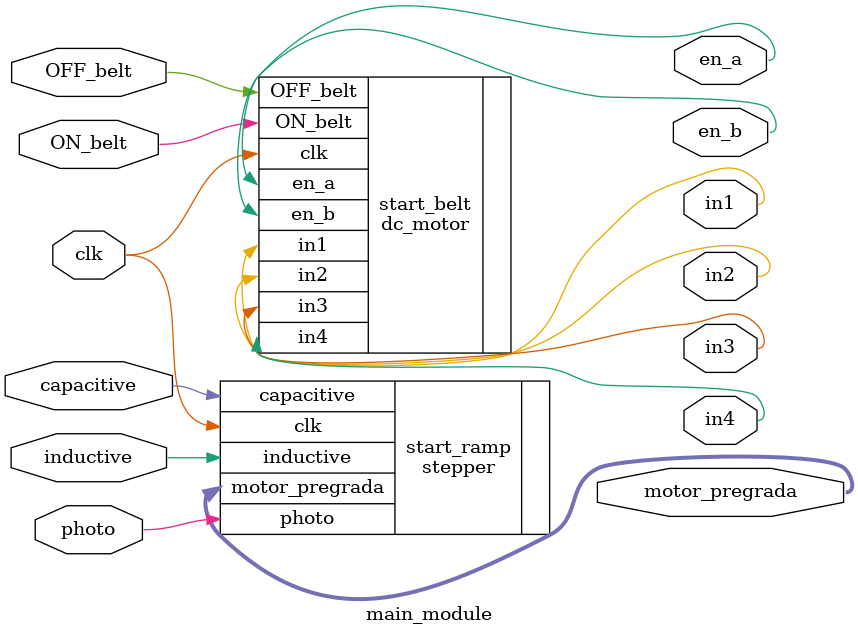
<source format=v>
	module main_module(clk,
								capacitive,
								inductive,
								photo,
								ON_belt,
								OFF_belt,
								in1,
								in2,
								in3,
								in4,
								en_a,
								en_b,
								motor_pregrada
								);
								
	input clk;
	input capacitive;
	input inductive;
	input photo;
	input ON_belt;
	input OFF_belt;
	
	output in1;
	output in2;
	output in3;
	output in4;
	output en_a;
	output en_b;
	output[3:0] motor_pregrada;		
		
	dc_motor start_belt(
		.clk(clk),
		.ON_belt(ON_belt),
		.OFF_belt(OFF_belt),
		.in1(in1),
		.in2(in2),
		.in3(in3),
		.in4(in4),
		.en_a(en_a),
		.en_b(en_b)
		);
	
	stepper start_ramp(
		.clk(clk),
		.capacitive(capacitive),
		.inductive(inductive),
		.photo(photo),
		.motor_pregrada(motor_pregrada)
		);

endmodule 
</source>
